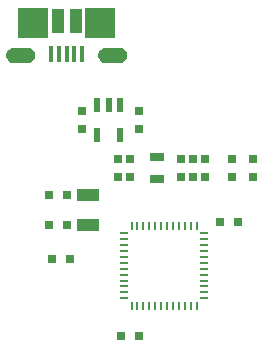
<source format=gtp>
G75*
%MOIN*%
%OFA0B0*%
%FSLAX25Y25*%
%IPPOS*%
%LPD*%
%AMOC8*
5,1,8,0,0,1.08239X$1,22.5*
%
%ADD10R,0.03150X0.03150*%
%ADD11R,0.04724X0.03150*%
%ADD12R,0.02756X0.00984*%
%ADD13R,0.00984X0.02756*%
%ADD14R,0.07480X0.04331*%
%ADD15R,0.02165X0.04724*%
%ADD16R,0.09843X0.09843*%
%ADD17R,0.03937X0.07874*%
%ADD18R,0.01575X0.05315*%
%ADD19C,0.00500*%
D10*
X0080500Y0078500D03*
X0086500Y0078500D03*
X0063500Y0104000D03*
X0057500Y0104000D03*
X0056500Y0115500D03*
X0062500Y0115500D03*
X0062500Y0125500D03*
X0056500Y0125500D03*
X0067500Y0147500D03*
X0067500Y0153500D03*
X0079500Y0137500D03*
X0083500Y0137500D03*
X0083500Y0131500D03*
X0079500Y0131500D03*
X0086500Y0147500D03*
X0086500Y0153500D03*
X0100500Y0137500D03*
X0104500Y0137500D03*
X0108500Y0137500D03*
X0108500Y0131500D03*
X0104500Y0131500D03*
X0100500Y0131500D03*
X0113500Y0116500D03*
X0119500Y0116500D03*
X0117500Y0131500D03*
X0117500Y0137500D03*
X0124500Y0137500D03*
X0124500Y0131500D03*
D11*
X0092500Y0130957D03*
X0092500Y0138043D03*
D12*
X0081579Y0112720D03*
X0081579Y0110752D03*
X0081579Y0108783D03*
X0081579Y0106815D03*
X0081579Y0104846D03*
X0081579Y0102878D03*
X0081579Y0100909D03*
X0081579Y0098941D03*
X0081579Y0096972D03*
X0081579Y0095004D03*
X0081579Y0093035D03*
X0081579Y0091067D03*
X0108350Y0091067D03*
X0108350Y0093035D03*
X0108350Y0095004D03*
X0108350Y0096972D03*
X0108350Y0098941D03*
X0108350Y0100909D03*
X0108350Y0102878D03*
X0108350Y0104846D03*
X0108350Y0106815D03*
X0108350Y0108783D03*
X0108350Y0110752D03*
X0108350Y0112720D03*
D13*
X0105791Y0115279D03*
X0103823Y0115279D03*
X0101854Y0115279D03*
X0099886Y0115279D03*
X0097917Y0115279D03*
X0095949Y0115279D03*
X0093980Y0115279D03*
X0092012Y0115279D03*
X0090043Y0115279D03*
X0088075Y0115279D03*
X0086106Y0115279D03*
X0084138Y0115279D03*
X0084138Y0088508D03*
X0086106Y0088508D03*
X0088075Y0088508D03*
X0090043Y0088508D03*
X0092012Y0088508D03*
X0093980Y0088508D03*
X0095949Y0088508D03*
X0097917Y0088508D03*
X0099886Y0088508D03*
X0101854Y0088508D03*
X0103823Y0088508D03*
X0105791Y0088508D03*
D14*
X0069500Y0115579D03*
X0069500Y0125421D03*
D15*
X0072760Y0145381D03*
X0080240Y0145381D03*
X0080240Y0155619D03*
X0076500Y0155619D03*
X0072760Y0155619D03*
D16*
X0073673Y0182980D03*
X0051327Y0182980D03*
D17*
X0059547Y0183374D03*
X0065453Y0183374D03*
D18*
X0065059Y0172449D03*
X0062500Y0172449D03*
X0059941Y0172449D03*
X0057382Y0172449D03*
X0067618Y0172449D03*
D19*
X0073327Y0171957D02*
X0073405Y0171455D01*
X0073594Y0170984D01*
X0073882Y0170567D01*
X0074256Y0170224D01*
X0074697Y0169973D01*
X0075183Y0169826D01*
X0075689Y0169791D01*
X0080020Y0169791D01*
X0080463Y0169816D01*
X0080893Y0169926D01*
X0081294Y0170118D01*
X0081649Y0170385D01*
X0081946Y0170716D01*
X0082172Y0171098D01*
X0082319Y0171517D01*
X0082382Y0171957D01*
X0082319Y0172396D01*
X0082172Y0172816D01*
X0081946Y0173198D01*
X0081649Y0173529D01*
X0081294Y0173795D01*
X0080893Y0173987D01*
X0080463Y0174098D01*
X0080020Y0174122D01*
X0075689Y0174122D01*
X0075245Y0174098D01*
X0074815Y0173987D01*
X0074415Y0173795D01*
X0074059Y0173529D01*
X0073763Y0173198D01*
X0073537Y0172816D01*
X0073389Y0172396D01*
X0073327Y0171957D01*
X0073332Y0171994D02*
X0082377Y0171994D01*
X0082312Y0171495D02*
X0073399Y0171495D01*
X0073589Y0170997D02*
X0082112Y0170997D01*
X0081751Y0170498D02*
X0073957Y0170498D01*
X0074650Y0170000D02*
X0081047Y0170000D01*
X0082285Y0172492D02*
X0073423Y0172492D01*
X0073641Y0172991D02*
X0082068Y0172991D01*
X0081684Y0173489D02*
X0074024Y0173489D01*
X0074817Y0173988D02*
X0080892Y0173988D01*
X0051673Y0171957D02*
X0051611Y0171517D01*
X0051463Y0171098D01*
X0051237Y0170716D01*
X0050941Y0170385D01*
X0050585Y0170118D01*
X0050185Y0169926D01*
X0049755Y0169816D01*
X0049311Y0169791D01*
X0044980Y0169791D01*
X0044474Y0169826D01*
X0043988Y0169973D01*
X0043547Y0170224D01*
X0043173Y0170567D01*
X0042885Y0170984D01*
X0042697Y0171455D01*
X0042618Y0171957D01*
X0042681Y0172396D01*
X0042828Y0172816D01*
X0043054Y0173198D01*
X0043351Y0173529D01*
X0043706Y0173795D01*
X0044107Y0173987D01*
X0044537Y0174098D01*
X0044980Y0174122D01*
X0049311Y0174122D01*
X0049755Y0174098D01*
X0050185Y0173987D01*
X0050585Y0173795D01*
X0050941Y0173529D01*
X0051237Y0173198D01*
X0051463Y0172816D01*
X0051611Y0172396D01*
X0051673Y0171957D01*
X0051668Y0171994D02*
X0042623Y0171994D01*
X0042690Y0171495D02*
X0051603Y0171495D01*
X0051403Y0170997D02*
X0042880Y0170997D01*
X0043248Y0170498D02*
X0051042Y0170498D01*
X0050339Y0170000D02*
X0043941Y0170000D01*
X0042715Y0172492D02*
X0051577Y0172492D01*
X0051359Y0172991D02*
X0042932Y0172991D01*
X0043316Y0173489D02*
X0050976Y0173489D01*
X0050183Y0173988D02*
X0044108Y0173988D01*
M02*

</source>
